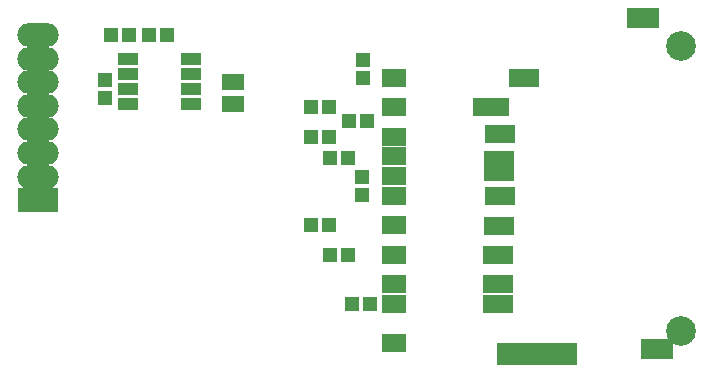
<source format=gts>
G04 (created by PCBNEW-RS274X (2010-05-05 BZR 2356)-stable) date 13/05/2011 9:30:07 a.m.*
G01*
G70*
G90*
%MOIN*%
G04 Gerber Fmt 3.4, Leading zero omitted, Abs format*
%FSLAX34Y34*%
G04 APERTURE LIST*
%ADD10C,0.006000*%
%ADD11O,0.138100X0.079100*%
%ADD12R,0.138100X0.079100*%
%ADD13R,0.079100X0.059400*%
%ADD14R,0.106600X0.067200*%
%ADD15R,0.268000X0.075100*%
%ADD16R,0.098700X0.059400*%
%ADD17R,0.118400X0.059400*%
%ADD18R,0.098700X0.098700*%
%ADD19C,0.098700*%
%ADD20R,0.045000X0.051500*%
%ADD21R,0.051500X0.045000*%
%ADD22R,0.075000X0.055000*%
%ADD23R,0.065000X0.040000*%
G04 APERTURE END LIST*
G54D10*
G54D11*
X20591Y-25865D03*
X20591Y-26652D03*
G54D12*
X20591Y-27440D03*
G54D11*
X20591Y-25078D03*
X20591Y-24290D03*
X20591Y-23503D03*
X20591Y-22716D03*
X20591Y-21929D03*
G54D13*
X32481Y-27289D03*
X32481Y-28273D03*
X32481Y-29258D03*
X32481Y-30212D03*
X32481Y-30882D03*
X32481Y-32200D03*
X32481Y-26620D03*
X32481Y-25970D03*
X32481Y-23352D03*
X32481Y-24336D03*
X32481Y-25321D03*
G54D14*
X40778Y-21374D03*
X41221Y-32397D03*
G54D15*
X37245Y-32555D03*
G54D16*
X36811Y-23352D03*
G54D17*
X35689Y-24336D03*
G54D16*
X36014Y-25242D03*
G54D18*
X35975Y-26295D03*
G54D16*
X36014Y-27299D03*
X35955Y-28283D03*
X35935Y-29258D03*
X35945Y-30232D03*
X35945Y-30911D03*
G54D19*
X42048Y-31807D03*
X42048Y-22279D03*
G54D20*
X23646Y-21929D03*
X23046Y-21929D03*
X29700Y-24331D03*
X30300Y-24331D03*
X29700Y-25315D03*
X30300Y-25315D03*
X29700Y-28268D03*
X30300Y-28268D03*
G54D21*
X22835Y-24040D03*
X22835Y-23440D03*
G54D20*
X30330Y-29252D03*
X30930Y-29252D03*
X30330Y-26024D03*
X30930Y-26024D03*
G54D21*
X31421Y-22771D03*
X31421Y-23371D03*
G54D20*
X31058Y-30902D03*
X31658Y-30902D03*
G54D21*
X31402Y-27261D03*
X31402Y-26661D03*
G54D20*
X31560Y-24803D03*
X30960Y-24803D03*
X24306Y-21929D03*
X24906Y-21929D03*
G54D22*
X27087Y-23483D03*
X27087Y-24233D03*
G54D23*
X23596Y-24215D03*
X25696Y-24215D03*
X23596Y-23715D03*
X23596Y-23215D03*
X23596Y-22715D03*
X25696Y-23715D03*
X25696Y-23215D03*
X25696Y-22715D03*
M02*

</source>
